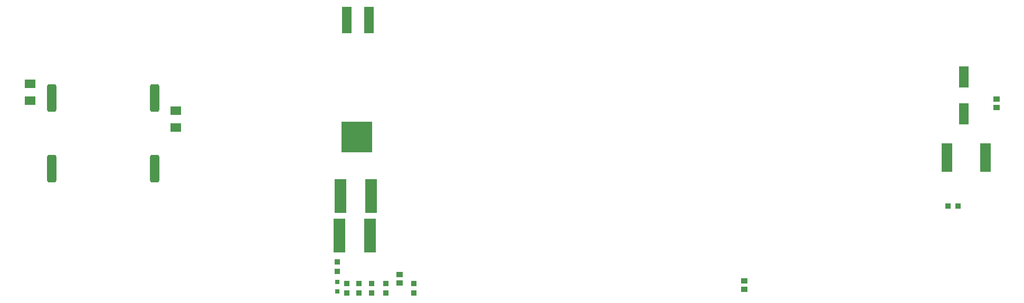
<source format=gtp>
G04*
G04 #@! TF.GenerationSoftware,Altium Limited,Altium Designer,19.1.7 (138)*
G04*
G04 Layer_Color=8421504*
%FSLAX25Y25*%
%MOIN*%
G70*
G01*
G75*
%ADD15R,0.06102X0.13583*%
%ADD16R,0.07087X0.18110*%
%ADD17R,0.03347X0.03347*%
%ADD18R,0.03347X0.03347*%
%ADD19R,0.07087X0.05512*%
%ADD20R,0.03937X0.03543*%
%ADD21R,0.19685X0.19685*%
G04:AMPARAMS|DCode=22|XSize=60mil|YSize=175mil|CornerRadius=15mil|HoleSize=0mil|Usage=FLASHONLY|Rotation=0.000|XOffset=0mil|YOffset=0mil|HoleType=Round|Shape=RoundedRectangle|*
%AMROUNDEDRECTD22*
21,1,0.06000,0.14500,0,0,0.0*
21,1,0.03000,0.17500,0,0,0.0*
1,1,0.03000,0.01500,-0.07250*
1,1,0.03000,-0.01500,-0.07250*
1,1,0.03000,-0.01500,0.07250*
1,1,0.03000,0.01500,0.07250*
%
%ADD22ROUNDEDRECTD22*%
%ADD23R,0.07480X0.21260*%
%ADD24R,0.03150X0.03150*%
%ADD25R,0.05906X0.16535*%
D15*
X629921Y159252D02*
D03*
Y136024D02*
D03*
D16*
X619291Y108268D02*
D03*
X643701D02*
D03*
D17*
X626083Y77756D02*
D03*
X619980D02*
D03*
D18*
X234252Y42421D02*
D03*
Y36319D02*
D03*
X248031Y28642D02*
D03*
Y22539D02*
D03*
X240158D02*
D03*
Y28642D02*
D03*
X282480Y22539D02*
D03*
Y28642D02*
D03*
X255906D02*
D03*
Y22539D02*
D03*
X264764D02*
D03*
Y28642D02*
D03*
D19*
X132283Y138091D02*
D03*
Y127264D02*
D03*
X40157Y155020D02*
D03*
Y144193D02*
D03*
D20*
X491142Y30217D02*
D03*
Y24902D02*
D03*
X650591Y145374D02*
D03*
Y140059D02*
D03*
X273622Y34154D02*
D03*
Y28839D02*
D03*
D21*
X246457Y121260D02*
D03*
D22*
X118720Y145822D02*
D03*
X53720D02*
D03*
Y101422D02*
D03*
X118720D02*
D03*
D23*
X254921Y59055D02*
D03*
X235630D02*
D03*
X255512Y83858D02*
D03*
X236221D02*
D03*
D24*
X234252Y23622D02*
D03*
Y29528D02*
D03*
D25*
X240158Y195276D02*
D03*
X254331Y195276D02*
D03*
M02*

</source>
